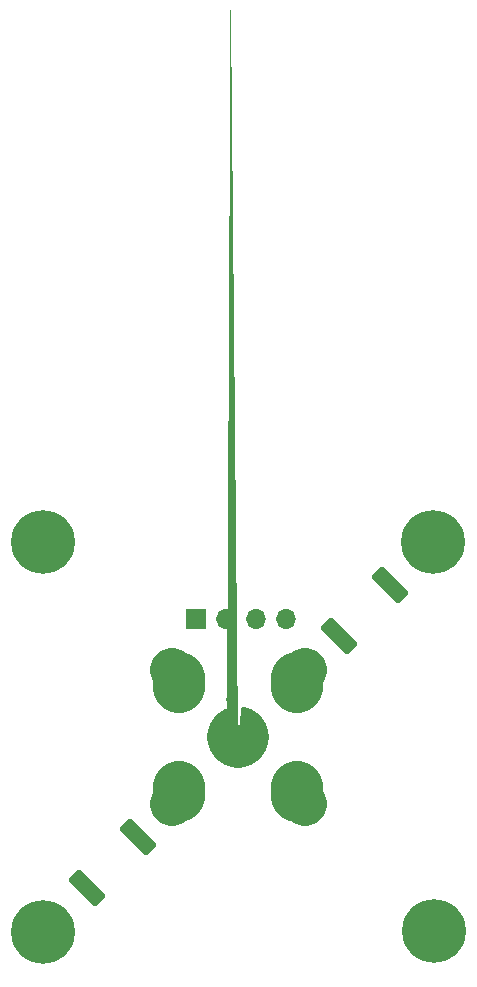
<source format=gbr>
%TF.GenerationSoftware,KiCad,Pcbnew,7.0.7*%
%TF.CreationDate,2023-09-04T20:48:43-04:00*%
%TF.ProjectId,square,73717561-7265-42e6-9b69-6361645f7063,rev?*%
%TF.SameCoordinates,Original*%
%TF.FileFunction,Soldermask,Bot*%
%TF.FilePolarity,Negative*%
%FSLAX46Y46*%
G04 Gerber Fmt 4.6, Leading zero omitted, Abs format (unit mm)*
G04 Created by KiCad (PCBNEW 7.0.7) date 2023-09-04 20:48:43*
%MOMM*%
%LPD*%
G01*
G04 APERTURE LIST*
G04 Aperture macros list*
%AMRoundRect*
0 Rectangle with rounded corners*
0 $1 Rounding radius*
0 $2 $3 $4 $5 $6 $7 $8 $9 X,Y pos of 4 corners*
0 Add a 4 corners polygon primitive as box body*
4,1,4,$2,$3,$4,$5,$6,$7,$8,$9,$2,$3,0*
0 Add four circle primitives for the rounded corners*
1,1,$1+$1,$2,$3*
1,1,$1+$1,$4,$5*
1,1,$1+$1,$6,$7*
1,1,$1+$1,$8,$9*
0 Add four rect primitives between the rounded corners*
20,1,$1+$1,$2,$3,$4,$5,0*
20,1,$1+$1,$4,$5,$6,$7,0*
20,1,$1+$1,$6,$7,$8,$9,0*
20,1,$1+$1,$8,$9,$2,$3,0*%
%AMFreePoly0*
4,1,45,0.263282,1.831170,0.521205,1.775062,0.768518,1.682819,1.000186,1.556319,1.211492,1.398137,1.398137,1.211492,1.556319,1.000186,1.682819,0.768518,1.775062,0.521205,1.831170,0.263282,1.850000,0.000000,1.831170,-0.263282,1.775062,-0.521205,1.682819,-0.768518,1.556319,-1.000186,1.398137,-1.211492,1.211492,-1.398137,1.000186,-1.556319,0.768518,-1.682819,0.521205,-1.775062,
0.263282,-1.831170,0.000000,-1.850000,-0.263282,-1.831170,-0.521205,-1.775062,-0.768518,-1.682819,-1.000186,-1.556319,-1.211492,-1.398137,-1.398137,-1.211492,-1.556319,-1.000186,-1.682819,-0.768518,-1.775062,-0.521205,-1.831170,-0.263282,-1.850000,0.000000,-1.831170,0.263282,-1.775062,0.521205,-1.682819,0.768518,-1.556319,1.000186,-1.398137,1.211492,-1.211492,1.398137,-1.000186,1.556319,
-0.768518,1.682819,-0.521205,1.775062,-0.263282,1.831170,0.000000,1.850000,0.263282,1.831170,0.263282,1.831170,$1*%
%AMFreePoly1*
4,1,49,0.287158,2.181179,0.569402,2.125037,0.841904,2.032535,1.100000,1.905256,1.339275,1.745377,1.555635,1.555635,1.745377,1.339275,1.905256,1.100000,2.032535,0.841904,2.125037,0.569402,2.181179,0.287158,2.200000,0.000000,2.181179,-0.287158,2.125037,-0.569402,2.032535,-0.841904,1.905256,-1.100000,1.745377,-1.339275,1.555635,-1.555635,1.339275,-1.745377,1.100000,-1.905256,
0.841904,-2.032535,0.569402,-2.125037,0.287158,-2.181179,0.000000,-2.200000,-0.287158,-2.181179,-0.569402,-2.125037,-0.841904,-2.032535,-1.100000,-1.905256,-1.339275,-1.745377,-1.555635,-1.555635,-1.745377,-1.339275,-1.905256,-1.100000,-2.032535,-0.841904,-2.125037,-0.569402,-2.181179,-0.287158,-2.200000,0.000000,-2.181179,0.287158,-2.125037,0.569402,-2.032535,0.841904,-1.905256,1.100000,
-1.745377,1.339275,-1.555635,1.555635,-1.339275,1.745377,-1.100000,1.905256,-0.841904,2.032535,-0.569402,2.125037,-0.287158,2.181179,0.000000,2.200000,0.287158,2.181179,0.287158,2.181179,$1*%
%AMFreePoly2*
4,1,53,0.313395,2.581043,0.622221,2.524449,0.921973,2.431042,1.208280,2.302186,1.476968,2.139758,1.724119,1.946128,1.946128,1.724119,2.139758,1.476968,2.302186,1.208280,2.431042,0.921973,2.524449,0.622221,2.581043,0.313395,2.600000,0.000000,2.581043,-0.313395,2.524449,-0.622221,2.431042,-0.921973,2.302186,-1.208280,2.139758,-1.476968,1.946128,-1.724119,1.724119,-1.946128,
1.476968,-2.139758,1.208280,-2.302186,0.921973,-2.431042,0.622221,-2.524449,0.313395,-2.581043,0.000000,-2.600000,-0.313395,-2.581043,-0.622221,-2.524449,-0.921973,-2.431042,-1.208280,-2.302186,-1.476968,-2.139758,-1.724119,-1.946128,-1.946128,-1.724119,-2.139758,-1.476968,-2.302186,-1.208280,-2.431042,-0.921973,-2.524449,-0.622221,-2.581043,-0.313395,-2.600000,0.000000,-2.581043,0.313395,
-2.524449,0.622221,-2.431042,0.921973,-2.302186,1.208280,-2.139758,1.476968,-1.946128,1.724119,-1.724119,1.946128,-1.476968,2.139758,-1.208280,2.302186,-0.921973,2.431042,-0.622221,2.524449,-0.313395,2.581043,0.000000,2.600000,0.313395,2.581043,0.313395,2.581043,$1*%
G04 Aperture macros list end*
%ADD10R,1.700000X1.700000*%
%ADD11O,1.700000X1.700000*%
%ADD12C,0.800000*%
%ADD13C,5.400000*%
%ADD14FreePoly0,0.000000*%
%ADD15FreePoly1,0.000000*%
%ADD16FreePoly2,0.000000*%
%ADD17RoundRect,0.249999X0.689429X-1.325827X1.325827X-0.689429X-0.689429X1.325827X-1.325827X0.689429X0*%
G04 APERTURE END LIST*
D10*
%TO.C,J1*%
X-3620000Y10000000D03*
D11*
X-1080000Y10000000D03*
X1460000Y10000000D03*
X4000000Y10000000D03*
%TD*%
D12*
%TO.C,H1*%
X-18550000Y16500000D03*
X-17956891Y17931891D03*
X-17956891Y15068109D03*
X-16525000Y18525000D03*
D13*
X-16525000Y16500000D03*
D12*
X-16525000Y14475000D03*
X-15093109Y17931891D03*
X-15093109Y15068109D03*
X-14500000Y16500000D03*
%TD*%
D14*
%TO.C,U1*%
X-5656854Y5656854D03*
X-5656854Y-5656854D03*
D15*
X-5000000Y5000000D03*
X-5000000Y4250000D03*
X-5000000Y-4250000D03*
X-5000000Y-5000000D03*
D16*
X0Y0D03*
D15*
X5000000Y5000000D03*
X5000000Y4250000D03*
X5000000Y-4250000D03*
X5000000Y-5000000D03*
D14*
X5656854Y5656854D03*
X5656854Y-5656854D03*
%TD*%
D12*
%TO.C,H2*%
X14475000Y16475000D03*
X15068109Y17906891D03*
X15068109Y15043109D03*
X16500000Y18500000D03*
D13*
X16500000Y16475000D03*
D12*
X16500000Y14450000D03*
X17931891Y17906891D03*
X17931891Y15043109D03*
X18525000Y16475000D03*
%TD*%
%TO.C,H3*%
X-18550000Y-16500000D03*
X-17956891Y-15068109D03*
X-17956891Y-17931891D03*
X-16525000Y-14475000D03*
D13*
X-16525000Y-16500000D03*
D12*
X-16525000Y-18525000D03*
X-15093109Y-15068109D03*
X-15093109Y-17931891D03*
X-14500000Y-16500000D03*
%TD*%
%TO.C,H4*%
X14543109Y-16431891D03*
X15136218Y-15000000D03*
X15136218Y-17863782D03*
X16568109Y-14406891D03*
D13*
X16568109Y-16431891D03*
D12*
X16568109Y-18456891D03*
X18000000Y-15000000D03*
X18000000Y-17863782D03*
X18593109Y-16431891D03*
%TD*%
D17*
%TO.C,R2*%
X-12813352Y-12813352D03*
X-8500000Y-8500000D03*
%TD*%
%TO.C,R4*%
X8500000Y8500000D03*
X12813352Y12813352D03*
%TD*%
M02*

</source>
